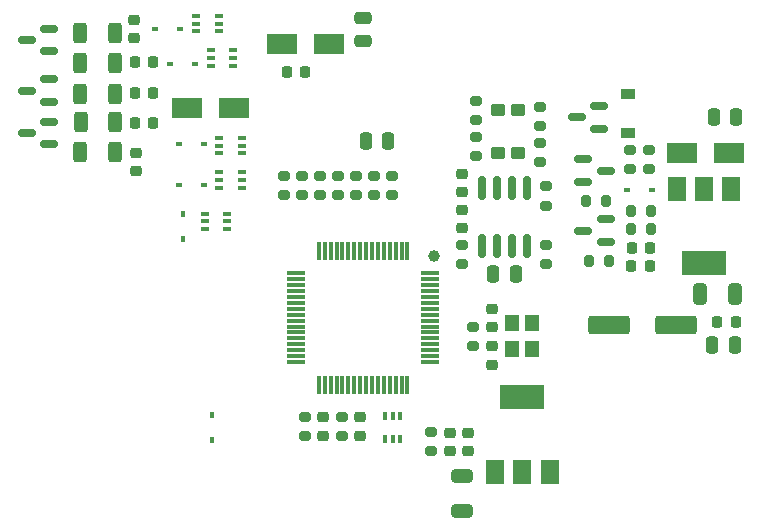
<source format=gbp>
G04 #@! TF.GenerationSoftware,KiCad,Pcbnew,(6.0.5)*
G04 #@! TF.CreationDate,2022-08-10T11:04:04+08:00*
G04 #@! TF.ProjectId,SX7H02050048,53583748-3032-4303-9530-3034382e6b69,rev?*
G04 #@! TF.SameCoordinates,PX59a5380PY6d321a0*
G04 #@! TF.FileFunction,Paste,Bot*
G04 #@! TF.FilePolarity,Positive*
%FSLAX46Y46*%
G04 Gerber Fmt 4.6, Leading zero omitted, Abs format (unit mm)*
G04 Created by KiCad (PCBNEW (6.0.5)) date 2022-08-10 11:04:04*
%MOMM*%
%LPD*%
G01*
G04 APERTURE LIST*
G04 Aperture macros list*
%AMRoundRect*
0 Rectangle with rounded corners*
0 $1 Rounding radius*
0 $2 $3 $4 $5 $6 $7 $8 $9 X,Y pos of 4 corners*
0 Add a 4 corners polygon primitive as box body*
4,1,4,$2,$3,$4,$5,$6,$7,$8,$9,$2,$3,0*
0 Add four circle primitives for the rounded corners*
1,1,$1+$1,$2,$3*
1,1,$1+$1,$4,$5*
1,1,$1+$1,$6,$7*
1,1,$1+$1,$8,$9*
0 Add four rect primitives between the rounded corners*
20,1,$1+$1,$2,$3,$4,$5,0*
20,1,$1+$1,$4,$5,$6,$7,0*
20,1,$1+$1,$6,$7,$8,$9,0*
20,1,$1+$1,$8,$9,$2,$3,0*%
G04 Aperture macros list end*
%ADD10R,2.500000X1.800000*%
%ADD11RoundRect,0.250000X-0.250000X-0.475000X0.250000X-0.475000X0.250000X0.475000X-0.250000X0.475000X0*%
%ADD12RoundRect,0.200000X0.275000X-0.200000X0.275000X0.200000X-0.275000X0.200000X-0.275000X-0.200000X0*%
%ADD13RoundRect,0.200000X-0.275000X0.200000X-0.275000X-0.200000X0.275000X-0.200000X0.275000X0.200000X0*%
%ADD14R,0.600000X0.450000*%
%ADD15RoundRect,0.200000X-0.200000X-0.275000X0.200000X-0.275000X0.200000X0.275000X-0.200000X0.275000X0*%
%ADD16RoundRect,0.225000X0.250000X-0.225000X0.250000X0.225000X-0.250000X0.225000X-0.250000X-0.225000X0*%
%ADD17RoundRect,0.225000X-0.250000X0.225000X-0.250000X-0.225000X0.250000X-0.225000X0.250000X0.225000X0*%
%ADD18RoundRect,0.250000X0.475000X-0.250000X0.475000X0.250000X-0.475000X0.250000X-0.475000X-0.250000X0*%
%ADD19RoundRect,0.200000X0.200000X0.275000X-0.200000X0.275000X-0.200000X-0.275000X0.200000X-0.275000X0*%
%ADD20RoundRect,0.250000X-0.312500X-0.625000X0.312500X-0.625000X0.312500X0.625000X-0.312500X0.625000X0*%
%ADD21RoundRect,0.150000X0.587500X0.150000X-0.587500X0.150000X-0.587500X-0.150000X0.587500X-0.150000X0*%
%ADD22R,0.650000X0.400000*%
%ADD23R,1.200000X0.900000*%
%ADD24RoundRect,0.150000X0.150000X-0.825000X0.150000X0.825000X-0.150000X0.825000X-0.150000X-0.825000X0*%
%ADD25R,0.450000X0.600000*%
%ADD26RoundRect,0.225000X-0.225000X-0.250000X0.225000X-0.250000X0.225000X0.250000X-0.225000X0.250000X0*%
%ADD27R,1.500000X2.000000*%
%ADD28R,3.800000X2.000000*%
%ADD29C,1.000000*%
%ADD30RoundRect,0.075000X0.700000X0.075000X-0.700000X0.075000X-0.700000X-0.075000X0.700000X-0.075000X0*%
%ADD31RoundRect,0.075000X0.075000X0.700000X-0.075000X0.700000X-0.075000X-0.700000X0.075000X-0.700000X0*%
%ADD32RoundRect,0.150000X-0.587500X-0.150000X0.587500X-0.150000X0.587500X0.150000X-0.587500X0.150000X0*%
%ADD33RoundRect,0.250000X0.250000X0.475000X-0.250000X0.475000X-0.250000X-0.475000X0.250000X-0.475000X0*%
%ADD34RoundRect,0.250000X-0.650000X0.325000X-0.650000X-0.325000X0.650000X-0.325000X0.650000X0.325000X0*%
%ADD35RoundRect,0.225000X0.225000X0.250000X-0.225000X0.250000X-0.225000X-0.250000X0.225000X-0.250000X0*%
%ADD36R,0.400000X0.650000*%
%ADD37RoundRect,0.250000X-0.325000X-0.650000X0.325000X-0.650000X0.325000X0.650000X-0.325000X0.650000X0*%
%ADD38R,1.200000X1.400000*%
%ADD39RoundRect,0.050000X0.525000X0.450000X-0.525000X0.450000X-0.525000X-0.450000X0.525000X-0.450000X0*%
%ADD40RoundRect,0.250000X1.500000X0.550000X-1.500000X0.550000X-1.500000X-0.550000X1.500000X-0.550000X0*%
G04 APERTURE END LIST*
D10*
G04 #@! TO.C,D104*
X15912400Y36522000D03*
X19912400Y36522000D03*
G04 #@! TD*
D11*
G04 #@! TO.C,C148*
X41829000Y22425000D03*
X43729000Y22425000D03*
G04 #@! TD*
D12*
G04 #@! TO.C,L105*
X33254000Y29093000D03*
X33254000Y30743000D03*
G04 #@! TD*
G04 #@! TO.C,R134*
X24110000Y29093000D03*
X24110000Y30743000D03*
G04 #@! TD*
D13*
G04 #@! TO.C,R154*
X46335000Y24901000D03*
X46335000Y23251000D03*
G04 #@! TD*
D14*
G04 #@! TO.C,D7*
X15262200Y33423200D03*
X17362200Y33423200D03*
G04 #@! TD*
D13*
G04 #@! TO.C,R152*
X46335000Y29854000D03*
X46335000Y28204000D03*
G04 #@! TD*
D15*
G04 #@! TO.C,R102*
X49701000Y28648000D03*
X51351000Y28648000D03*
G04 #@! TD*
D16*
G04 #@! TO.C,C139*
X11435400Y42401800D03*
X11435400Y43951800D03*
G04 #@! TD*
D14*
G04 #@! TO.C,D6*
X13230200Y43151400D03*
X15330200Y43151400D03*
G04 #@! TD*
D10*
G04 #@! TO.C,D105*
X23938800Y41906800D03*
X27938800Y41906800D03*
G04 #@! TD*
D17*
G04 #@! TO.C,C114*
X41712200Y19517000D03*
X41712200Y17967000D03*
G04 #@! TD*
D18*
G04 #@! TO.C,C109*
X30813000Y42176000D03*
X30813000Y44076000D03*
G04 #@! TD*
D19*
G04 #@! TO.C,R103*
X55149400Y27741000D03*
X53499400Y27741000D03*
G04 #@! TD*
D12*
G04 #@! TO.C,R115*
X31730000Y29093000D03*
X31730000Y30743000D03*
G04 #@! TD*
D13*
G04 #@! TO.C,R106*
X53425000Y32950000D03*
X53425000Y31300000D03*
G04 #@! TD*
D16*
G04 #@! TO.C,C111*
X39731000Y7426000D03*
X39731000Y8976000D03*
G04 #@! TD*
D11*
G04 #@! TO.C,C132*
X31034000Y33728000D03*
X32934000Y33728000D03*
G04 #@! TD*
D20*
G04 #@! TO.C,R147*
X6875900Y40305400D03*
X9800900Y40305400D03*
G04 #@! TD*
D21*
G04 #@! TO.C,D8*
X4219500Y35338400D03*
X4219500Y33438400D03*
X2344500Y34388400D03*
G04 #@! TD*
D13*
G04 #@! TO.C,R135*
X25634000Y30743000D03*
X25634000Y29093000D03*
G04 #@! TD*
D14*
G04 #@! TO.C,D3*
X53150000Y29575000D03*
X55250000Y29575000D03*
G04 #@! TD*
D13*
G04 #@! TO.C,R114*
X30206000Y30743000D03*
X30206000Y29093000D03*
G04 #@! TD*
D20*
G04 #@! TO.C,R144*
X6866700Y37665000D03*
X9791700Y37665000D03*
G04 #@! TD*
D22*
G04 #@! TO.C,Q106*
X20538800Y31050600D03*
X20538800Y30400600D03*
X20538800Y29750600D03*
X18638800Y29750600D03*
X18638800Y30400600D03*
X18638800Y31050600D03*
G04 #@! TD*
G04 #@! TO.C,Q103*
X18583000Y44284000D03*
X18583000Y43634000D03*
X18583000Y42984000D03*
X16683000Y42984000D03*
X16683000Y43634000D03*
X16683000Y44284000D03*
G04 #@! TD*
D20*
G04 #@! TO.C,R146*
X9824500Y35277400D03*
X6899500Y35277400D03*
G04 #@! TD*
D23*
G04 #@! TO.C,D101*
X53275000Y34400000D03*
X53275000Y37700000D03*
G04 #@! TD*
D12*
G04 #@! TO.C,R151*
X45827000Y31887000D03*
X45827000Y33537000D03*
G04 #@! TD*
D16*
G04 #@! TO.C,C110*
X38207000Y7426000D03*
X38207000Y8976000D03*
G04 #@! TD*
D24*
G04 #@! TO.C,U104*
X44684000Y24776000D03*
X43414000Y24776000D03*
X42144000Y24776000D03*
X40874000Y24776000D03*
X40874000Y29726000D03*
X42144000Y29726000D03*
X43414000Y29726000D03*
X44684000Y29726000D03*
G04 #@! TD*
D13*
G04 #@! TO.C,R150*
X40366000Y34045000D03*
X40366000Y32395000D03*
G04 #@! TD*
G04 #@! TO.C,R105*
X55025000Y32950000D03*
X55025000Y31300000D03*
G04 #@! TD*
D25*
G04 #@! TO.C,D10*
X15601000Y27488200D03*
X15601000Y25388200D03*
G04 #@! TD*
D21*
G04 #@! TO.C,D108*
X50812500Y36650000D03*
X50812500Y34750000D03*
X48937500Y35700000D03*
G04 #@! TD*
D26*
G04 #@! TO.C,C105*
X60800000Y18361000D03*
X62350000Y18361000D03*
G04 #@! TD*
D27*
G04 #@! TO.C,U101*
X46603000Y5686000D03*
D28*
X44303000Y11986000D03*
D27*
X44303000Y5686000D03*
X42003000Y5686000D03*
G04 #@! TD*
D29*
G04 #@! TO.C,U102*
X36784600Y23949000D03*
D30*
X36490600Y22492000D03*
X36490600Y21992000D03*
X36490600Y21492000D03*
X36490600Y20992000D03*
X36490600Y20492000D03*
X36490600Y19992000D03*
X36490600Y19492000D03*
X36490600Y18992000D03*
X36490600Y18492000D03*
X36490600Y17992000D03*
X36490600Y17492000D03*
X36490600Y16992000D03*
X36490600Y16492000D03*
X36490600Y15992000D03*
X36490600Y15492000D03*
X36490600Y14992000D03*
D31*
X34565600Y13067000D03*
X34065600Y13067000D03*
X33565600Y13067000D03*
X33065600Y13067000D03*
X32565600Y13067000D03*
X32065600Y13067000D03*
X31565600Y13067000D03*
X31065600Y13067000D03*
X30565600Y13067000D03*
X30065600Y13067000D03*
X29565600Y13067000D03*
X29065600Y13067000D03*
X28565600Y13067000D03*
X28065600Y13067000D03*
X27565600Y13067000D03*
X27065600Y13067000D03*
D30*
X25140600Y14992000D03*
X25140600Y15492000D03*
X25140600Y15992000D03*
X25140600Y16492000D03*
X25140600Y16992000D03*
X25140600Y17492000D03*
X25140600Y17992000D03*
X25140600Y18492000D03*
X25140600Y18992000D03*
X25140600Y19492000D03*
X25140600Y19992000D03*
X25140600Y20492000D03*
X25140600Y20992000D03*
X25140600Y21492000D03*
X25140600Y21992000D03*
X25140600Y22492000D03*
D31*
X27065600Y24417000D03*
X27565600Y24417000D03*
X28065600Y24417000D03*
X28565600Y24417000D03*
X29065600Y24417000D03*
X29565600Y24417000D03*
X30065600Y24417000D03*
X30565600Y24417000D03*
X31065600Y24417000D03*
X31565600Y24417000D03*
X32065600Y24417000D03*
X32565600Y24417000D03*
X33065600Y24417000D03*
X33565600Y24417000D03*
X34065600Y24417000D03*
X34565600Y24417000D03*
G04 #@! TD*
D21*
G04 #@! TO.C,D103*
X51336500Y27058000D03*
X51336500Y25158000D03*
X49461500Y26108000D03*
G04 #@! TD*
D22*
G04 #@! TO.C,Q107*
X19802200Y41363000D03*
X19802200Y40713000D03*
X19802200Y40063000D03*
X17902200Y40063000D03*
X17902200Y40713000D03*
X17902200Y41363000D03*
G04 #@! TD*
D15*
G04 #@! TO.C,R101*
X49955000Y23568000D03*
X51605000Y23568000D03*
G04 #@! TD*
D25*
G04 #@! TO.C,D4*
X18014000Y10521000D03*
X18014000Y8421000D03*
G04 #@! TD*
D20*
G04 #@! TO.C,R145*
X9800900Y32805400D03*
X6875900Y32805400D03*
G04 #@! TD*
D22*
G04 #@! TO.C,Q104*
X20538800Y33946200D03*
X20538800Y33296200D03*
X20538800Y32646200D03*
X18638800Y32646200D03*
X18638800Y33296200D03*
X18638800Y33946200D03*
G04 #@! TD*
D17*
G04 #@! TO.C,C141*
X11562400Y31124200D03*
X11562400Y32674200D03*
G04 #@! TD*
D32*
G04 #@! TO.C,Q101*
X49461500Y30238000D03*
X49461500Y32138000D03*
X51336500Y31188000D03*
G04 #@! TD*
D33*
G04 #@! TO.C,C101*
X62398000Y35760000D03*
X60498000Y35760000D03*
G04 #@! TD*
D16*
G04 #@! TO.C,C146*
X39223000Y29397000D03*
X39223000Y30947000D03*
G04 #@! TD*
D15*
G04 #@! TO.C,R104*
X53499400Y26217000D03*
X55149400Y26217000D03*
G04 #@! TD*
D13*
G04 #@! TO.C,R136*
X28682000Y30743000D03*
X28682000Y29093000D03*
G04 #@! TD*
G04 #@! TO.C,R111*
X40137400Y17992200D03*
X40137400Y16342200D03*
G04 #@! TD*
D17*
G04 #@! TO.C,C106*
X27437400Y10296800D03*
X27437400Y8746800D03*
G04 #@! TD*
D13*
G04 #@! TO.C,R113*
X27158000Y30743000D03*
X27158000Y29093000D03*
G04 #@! TD*
D21*
G04 #@! TO.C,D9*
X4219500Y38919800D03*
X4219500Y37019800D03*
X2344500Y37969800D03*
G04 #@! TD*
D13*
G04 #@! TO.C,R149*
X45827000Y36585000D03*
X45827000Y34935000D03*
G04 #@! TD*
G04 #@! TO.C,R153*
X39223000Y24901000D03*
X39223000Y23251000D03*
G04 #@! TD*
G04 #@! TO.C,R107*
X25888000Y10346800D03*
X25888000Y8696800D03*
G04 #@! TD*
D16*
G04 #@! TO.C,C147*
X39223000Y26349000D03*
X39223000Y27899000D03*
G04 #@! TD*
D10*
G04 #@! TO.C,D102*
X57797000Y32712000D03*
X61797000Y32712000D03*
G04 #@! TD*
D34*
G04 #@! TO.C,C108*
X39223000Y5358000D03*
X39223000Y2408000D03*
G04 #@! TD*
D35*
G04 #@! TO.C,L101*
X55087000Y23113000D03*
X53537000Y23113000D03*
G04 #@! TD*
D26*
G04 #@! TO.C,C140*
X11473200Y37766600D03*
X13023200Y37766600D03*
G04 #@! TD*
D13*
G04 #@! TO.C,R108*
X28986800Y10346800D03*
X28986800Y8696800D03*
G04 #@! TD*
D11*
G04 #@! TO.C,C107*
X60371000Y16456000D03*
X62271000Y16456000D03*
G04 #@! TD*
D36*
G04 #@! TO.C,D2*
X32654800Y10384600D03*
X33304800Y10384600D03*
X33954800Y10384600D03*
X33954800Y8484600D03*
X33304800Y8484600D03*
X32654800Y8484600D03*
G04 #@! TD*
D26*
G04 #@! TO.C,C102*
X53549400Y24637000D03*
X55099400Y24637000D03*
G04 #@! TD*
D37*
G04 #@! TO.C,C103*
X59338000Y20774000D03*
X62288000Y20774000D03*
G04 #@! TD*
D13*
G04 #@! TO.C,R117*
X36556000Y9078700D03*
X36556000Y7428700D03*
G04 #@! TD*
D21*
G04 #@! TO.C,D5*
X4244900Y43212400D03*
X4244900Y41312400D03*
X2369900Y42262400D03*
G04 #@! TD*
D38*
G04 #@! TO.C,Y101*
X45153000Y18318000D03*
X45153000Y16118000D03*
X43453000Y16118000D03*
X43453000Y18318000D03*
G04 #@! TD*
D26*
G04 #@! TO.C,C142*
X11473200Y35201200D03*
X13023200Y35201200D03*
G04 #@! TD*
D13*
G04 #@! TO.C,R148*
X40366000Y37093000D03*
X40366000Y35443000D03*
G04 #@! TD*
D39*
G04 #@! TO.C,L104*
X43927100Y36356600D03*
X43927100Y32676600D03*
X42197100Y32676600D03*
X42197100Y36356600D03*
G04 #@! TD*
D26*
G04 #@! TO.C,C112*
X24376400Y39519200D03*
X25926400Y39519200D03*
G04 #@! TD*
D40*
G04 #@! TO.C,C104*
X57263000Y18107000D03*
X51663000Y18107000D03*
G04 #@! TD*
D16*
G04 #@! TO.C,L102*
X30561600Y8746800D03*
X30561600Y10296800D03*
G04 #@! TD*
D14*
G04 #@! TO.C,D11*
X15236800Y29943400D03*
X17336800Y29943400D03*
G04 #@! TD*
D16*
G04 #@! TO.C,C115*
X41712200Y14766600D03*
X41712200Y16316600D03*
G04 #@! TD*
D14*
G04 #@! TO.C,D12*
X14474800Y40255800D03*
X16574800Y40255800D03*
G04 #@! TD*
D20*
G04 #@! TO.C,R143*
X6875900Y42805400D03*
X9800900Y42805400D03*
G04 #@! TD*
D27*
G04 #@! TO.C,Q102*
X57370000Y29639000D03*
X59670000Y29639000D03*
D28*
X59670000Y23339000D03*
D27*
X61970000Y29639000D03*
G04 #@! TD*
D26*
G04 #@! TO.C,C143*
X11500400Y40382800D03*
X13050400Y40382800D03*
G04 #@! TD*
D22*
G04 #@! TO.C,Q105*
X19294200Y27545400D03*
X19294200Y26895400D03*
X19294200Y26245400D03*
X17394200Y26245400D03*
X17394200Y26895400D03*
X17394200Y27545400D03*
G04 #@! TD*
M02*

</source>
